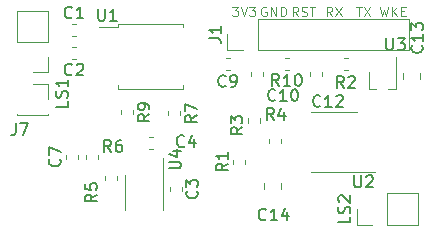
<source format=gbr>
G04 #@! TF.GenerationSoftware,KiCad,Pcbnew,(5.1.5)-3*
G04 #@! TF.CreationDate,2020-04-16T17:24:26+10:00*
G04 #@! TF.ProjectId,Heterodyne,48657465-726f-4647-996e-652e6b696361,rev?*
G04 #@! TF.SameCoordinates,Original*
G04 #@! TF.FileFunction,Legend,Top*
G04 #@! TF.FilePolarity,Positive*
%FSLAX46Y46*%
G04 Gerber Fmt 4.6, Leading zero omitted, Abs format (unit mm)*
G04 Created by KiCad (PCBNEW (5.1.5)-3) date 2020-04-16 17:24:26*
%MOMM*%
%LPD*%
G04 APERTURE LIST*
%ADD10C,0.100000*%
%ADD11C,0.120000*%
%ADD12C,0.150000*%
G04 APERTURE END LIST*
D10*
X134912238Y-47186904D02*
X135102714Y-47986904D01*
X135255095Y-47415476D01*
X135407476Y-47986904D01*
X135597952Y-47186904D01*
X135902714Y-47986904D02*
X135902714Y-47186904D01*
X136359857Y-47986904D02*
X136017000Y-47529761D01*
X136359857Y-47186904D02*
X135902714Y-47644047D01*
X136702714Y-47567857D02*
X136969380Y-47567857D01*
X137083666Y-47986904D02*
X136702714Y-47986904D01*
X136702714Y-47186904D01*
X137083666Y-47186904D01*
X132890476Y-47161904D02*
X133347619Y-47161904D01*
X133119047Y-47961904D02*
X133119047Y-47161904D01*
X133538095Y-47161904D02*
X134071428Y-47961904D01*
X134071428Y-47161904D02*
X133538095Y-47961904D01*
X130866666Y-47961904D02*
X130600000Y-47580952D01*
X130409523Y-47961904D02*
X130409523Y-47161904D01*
X130714285Y-47161904D01*
X130790476Y-47200000D01*
X130828571Y-47238095D01*
X130866666Y-47314285D01*
X130866666Y-47428571D01*
X130828571Y-47504761D01*
X130790476Y-47542857D01*
X130714285Y-47580952D01*
X130409523Y-47580952D01*
X131133333Y-47161904D02*
X131666666Y-47961904D01*
X131666666Y-47161904D02*
X131133333Y-47961904D01*
X127961904Y-47961904D02*
X127695238Y-47580952D01*
X127504761Y-47961904D02*
X127504761Y-47161904D01*
X127809523Y-47161904D01*
X127885714Y-47200000D01*
X127923809Y-47238095D01*
X127961904Y-47314285D01*
X127961904Y-47428571D01*
X127923809Y-47504761D01*
X127885714Y-47542857D01*
X127809523Y-47580952D01*
X127504761Y-47580952D01*
X128266666Y-47923809D02*
X128380952Y-47961904D01*
X128571428Y-47961904D01*
X128647619Y-47923809D01*
X128685714Y-47885714D01*
X128723809Y-47809523D01*
X128723809Y-47733333D01*
X128685714Y-47657142D01*
X128647619Y-47619047D01*
X128571428Y-47580952D01*
X128419047Y-47542857D01*
X128342857Y-47504761D01*
X128304761Y-47466666D01*
X128266666Y-47390476D01*
X128266666Y-47314285D01*
X128304761Y-47238095D01*
X128342857Y-47200000D01*
X128419047Y-47161904D01*
X128609523Y-47161904D01*
X128723809Y-47200000D01*
X128952380Y-47161904D02*
X129409523Y-47161904D01*
X129180952Y-47961904D02*
X129180952Y-47161904D01*
X125290476Y-47200000D02*
X125214285Y-47161904D01*
X125100000Y-47161904D01*
X124985714Y-47200000D01*
X124909523Y-47276190D01*
X124871428Y-47352380D01*
X124833333Y-47504761D01*
X124833333Y-47619047D01*
X124871428Y-47771428D01*
X124909523Y-47847619D01*
X124985714Y-47923809D01*
X125100000Y-47961904D01*
X125176190Y-47961904D01*
X125290476Y-47923809D01*
X125328571Y-47885714D01*
X125328571Y-47619047D01*
X125176190Y-47619047D01*
X125671428Y-47961904D02*
X125671428Y-47161904D01*
X126128571Y-47961904D01*
X126128571Y-47161904D01*
X126509523Y-47961904D02*
X126509523Y-47161904D01*
X126700000Y-47161904D01*
X126814285Y-47200000D01*
X126890476Y-47276190D01*
X126928571Y-47352380D01*
X126966666Y-47504761D01*
X126966666Y-47619047D01*
X126928571Y-47771428D01*
X126890476Y-47847619D01*
X126814285Y-47923809D01*
X126700000Y-47961904D01*
X126509523Y-47961904D01*
X122409523Y-47161904D02*
X122904761Y-47161904D01*
X122638095Y-47466666D01*
X122752380Y-47466666D01*
X122828571Y-47504761D01*
X122866666Y-47542857D01*
X122904761Y-47619047D01*
X122904761Y-47809523D01*
X122866666Y-47885714D01*
X122828571Y-47923809D01*
X122752380Y-47961904D01*
X122523809Y-47961904D01*
X122447619Y-47923809D01*
X122409523Y-47885714D01*
X123133333Y-47161904D02*
X123400000Y-47961904D01*
X123666666Y-47161904D01*
X123857142Y-47161904D02*
X124352380Y-47161904D01*
X124085714Y-47466666D01*
X124200000Y-47466666D01*
X124276190Y-47504761D01*
X124314285Y-47542857D01*
X124352380Y-47619047D01*
X124352380Y-47809523D01*
X124314285Y-47885714D01*
X124276190Y-47923809D01*
X124200000Y-47961904D01*
X123971428Y-47961904D01*
X123895238Y-47923809D01*
X123857142Y-47885714D01*
D11*
X109360000Y-60071267D02*
X109360000Y-59728733D01*
X108340000Y-60071267D02*
X108340000Y-59728733D01*
X121990000Y-50830000D02*
X121990000Y-49500000D01*
X123320000Y-50830000D02*
X121990000Y-50830000D01*
X124590000Y-50830000D02*
X124590000Y-48170000D01*
X124590000Y-48170000D02*
X137350000Y-48170000D01*
X124590000Y-50830000D02*
X137350000Y-50830000D01*
X137350000Y-50830000D02*
X137350000Y-48170000D01*
X127171267Y-51490000D02*
X126828733Y-51490000D01*
X127171267Y-52510000D02*
X126828733Y-52510000D01*
X112990000Y-55928733D02*
X112990000Y-56271267D01*
X114010000Y-55928733D02*
X114010000Y-56271267D01*
X116990000Y-56028733D02*
X116990000Y-56371267D01*
X118010000Y-56028733D02*
X118010000Y-56371267D01*
X111010000Y-60071267D02*
X111010000Y-59728733D01*
X109990000Y-60071267D02*
X109990000Y-59728733D01*
X112610000Y-61871267D02*
X112610000Y-61528733D01*
X111590000Y-61871267D02*
X111590000Y-61528733D01*
X125490000Y-58353733D02*
X125490000Y-58696267D01*
X126510000Y-58353733D02*
X126510000Y-58696267D01*
X123690000Y-56628733D02*
X123690000Y-56971267D01*
X124710000Y-56628733D02*
X124710000Y-56971267D01*
X132171267Y-51490000D02*
X131828733Y-51490000D01*
X132171267Y-52510000D02*
X131828733Y-52510000D01*
X123510000Y-60446267D02*
X123510000Y-60103733D01*
X122490000Y-60446267D02*
X122490000Y-60103733D01*
X125090000Y-62078922D02*
X125090000Y-62596078D01*
X126510000Y-62078922D02*
X126510000Y-62596078D01*
X138310000Y-53258578D02*
X138310000Y-52741422D01*
X136890000Y-53258578D02*
X136890000Y-52741422D01*
X128990000Y-52728733D02*
X128990000Y-53071267D01*
X130010000Y-52728733D02*
X130010000Y-53071267D01*
X125010000Y-53071267D02*
X125010000Y-52728733D01*
X123990000Y-53071267D02*
X123990000Y-52728733D01*
X122171267Y-51490000D02*
X121828733Y-51490000D01*
X122171267Y-52510000D02*
X121828733Y-52510000D01*
X115671267Y-58190000D02*
X115328733Y-58190000D01*
X115671267Y-59210000D02*
X115328733Y-59210000D01*
X117090000Y-62428733D02*
X117090000Y-62771267D01*
X118110000Y-62428733D02*
X118110000Y-62771267D01*
X109171267Y-50590000D02*
X108828733Y-50590000D01*
X109171267Y-51610000D02*
X108828733Y-51610000D01*
X109171267Y-48590000D02*
X108828733Y-48590000D01*
X109171267Y-49610000D02*
X108828733Y-49610000D01*
X104170000Y-56330000D02*
X106830000Y-56330000D01*
X104170000Y-56210000D02*
X104170000Y-56330000D01*
X106830000Y-56210000D02*
X106830000Y-56330000D01*
X106830000Y-53670000D02*
X106830000Y-55000000D01*
X105500000Y-53670000D02*
X106830000Y-53670000D01*
X106830000Y-47530000D02*
X104170000Y-47530000D01*
X106830000Y-50130000D02*
X106830000Y-47530000D01*
X104170000Y-50130000D02*
X104170000Y-47530000D01*
X106830000Y-50130000D02*
X104170000Y-50130000D01*
X106830000Y-51400000D02*
X106830000Y-52730000D01*
X106830000Y-52730000D02*
X105500000Y-52730000D01*
X132930000Y-65630000D02*
X132930000Y-64300000D01*
X134260000Y-65630000D02*
X132930000Y-65630000D01*
X135530000Y-65630000D02*
X135530000Y-62970000D01*
X135530000Y-62970000D02*
X138130000Y-62970000D01*
X135530000Y-65630000D02*
X138130000Y-65630000D01*
X138130000Y-65630000D02*
X138130000Y-62970000D01*
X115500000Y-54112500D02*
X118247500Y-54112500D01*
X118247500Y-54112500D02*
X118247500Y-53830000D01*
X115500000Y-54112500D02*
X112752500Y-54112500D01*
X112752500Y-54112500D02*
X112752500Y-53830000D01*
X115500000Y-48617500D02*
X118247500Y-48617500D01*
X118247500Y-48617500D02*
X118247500Y-48900000D01*
X115500000Y-48617500D02*
X112752500Y-48617500D01*
X112752500Y-48617500D02*
X112752500Y-48900000D01*
X112752500Y-48900000D02*
X111100000Y-48900000D01*
X131000000Y-56040000D02*
X129050000Y-56040000D01*
X131000000Y-56040000D02*
X132950000Y-56040000D01*
X131000000Y-61160000D02*
X129050000Y-61160000D01*
X131000000Y-61160000D02*
X134450000Y-61160000D01*
X134600000Y-54135000D02*
X133940000Y-54135000D01*
X136270000Y-54135000D02*
X135600000Y-54135000D01*
X136260000Y-54135000D02*
X136260000Y-51400000D01*
X133940000Y-52725000D02*
X133940000Y-54135000D01*
X113290000Y-62900000D02*
X113290000Y-64400000D01*
X113290000Y-62900000D02*
X113290000Y-61400000D01*
X116510000Y-62900000D02*
X116510000Y-64400000D01*
X116510000Y-62900000D02*
X116510000Y-59975000D01*
D12*
X107777142Y-60066666D02*
X107824761Y-60114285D01*
X107872380Y-60257142D01*
X107872380Y-60352380D01*
X107824761Y-60495238D01*
X107729523Y-60590476D01*
X107634285Y-60638095D01*
X107443809Y-60685714D01*
X107300952Y-60685714D01*
X107110476Y-60638095D01*
X107015238Y-60590476D01*
X106920000Y-60495238D01*
X106872380Y-60352380D01*
X106872380Y-60257142D01*
X106920000Y-60114285D01*
X106967619Y-60066666D01*
X106872380Y-59733333D02*
X106872380Y-59066666D01*
X107872380Y-59495238D01*
X120442380Y-49833333D02*
X121156666Y-49833333D01*
X121299523Y-49880952D01*
X121394761Y-49976190D01*
X121442380Y-50119047D01*
X121442380Y-50214285D01*
X121442380Y-48833333D02*
X121442380Y-49404761D01*
X121442380Y-49119047D02*
X120442380Y-49119047D01*
X120585238Y-49214285D01*
X120680476Y-49309523D01*
X120728095Y-49404761D01*
X126357142Y-53882380D02*
X126023809Y-53406190D01*
X125785714Y-53882380D02*
X125785714Y-52882380D01*
X126166666Y-52882380D01*
X126261904Y-52930000D01*
X126309523Y-52977619D01*
X126357142Y-53072857D01*
X126357142Y-53215714D01*
X126309523Y-53310952D01*
X126261904Y-53358571D01*
X126166666Y-53406190D01*
X125785714Y-53406190D01*
X127309523Y-53882380D02*
X126738095Y-53882380D01*
X127023809Y-53882380D02*
X127023809Y-52882380D01*
X126928571Y-53025238D01*
X126833333Y-53120476D01*
X126738095Y-53168095D01*
X127928571Y-52882380D02*
X128023809Y-52882380D01*
X128119047Y-52930000D01*
X128166666Y-52977619D01*
X128214285Y-53072857D01*
X128261904Y-53263333D01*
X128261904Y-53501428D01*
X128214285Y-53691904D01*
X128166666Y-53787142D01*
X128119047Y-53834761D01*
X128023809Y-53882380D01*
X127928571Y-53882380D01*
X127833333Y-53834761D01*
X127785714Y-53787142D01*
X127738095Y-53691904D01*
X127690476Y-53501428D01*
X127690476Y-53263333D01*
X127738095Y-53072857D01*
X127785714Y-52977619D01*
X127833333Y-52930000D01*
X127928571Y-52882380D01*
X115382380Y-56266666D02*
X114906190Y-56600000D01*
X115382380Y-56838095D02*
X114382380Y-56838095D01*
X114382380Y-56457142D01*
X114430000Y-56361904D01*
X114477619Y-56314285D01*
X114572857Y-56266666D01*
X114715714Y-56266666D01*
X114810952Y-56314285D01*
X114858571Y-56361904D01*
X114906190Y-56457142D01*
X114906190Y-56838095D01*
X115382380Y-55790476D02*
X115382380Y-55600000D01*
X115334761Y-55504761D01*
X115287142Y-55457142D01*
X115144285Y-55361904D01*
X114953809Y-55314285D01*
X114572857Y-55314285D01*
X114477619Y-55361904D01*
X114430000Y-55409523D01*
X114382380Y-55504761D01*
X114382380Y-55695238D01*
X114430000Y-55790476D01*
X114477619Y-55838095D01*
X114572857Y-55885714D01*
X114810952Y-55885714D01*
X114906190Y-55838095D01*
X114953809Y-55790476D01*
X115001428Y-55695238D01*
X115001428Y-55504761D01*
X114953809Y-55409523D01*
X114906190Y-55361904D01*
X114810952Y-55314285D01*
X119382380Y-56366666D02*
X118906190Y-56700000D01*
X119382380Y-56938095D02*
X118382380Y-56938095D01*
X118382380Y-56557142D01*
X118430000Y-56461904D01*
X118477619Y-56414285D01*
X118572857Y-56366666D01*
X118715714Y-56366666D01*
X118810952Y-56414285D01*
X118858571Y-56461904D01*
X118906190Y-56557142D01*
X118906190Y-56938095D01*
X118382380Y-56033333D02*
X118382380Y-55366666D01*
X119382380Y-55795238D01*
X112133333Y-59452380D02*
X111800000Y-58976190D01*
X111561904Y-59452380D02*
X111561904Y-58452380D01*
X111942857Y-58452380D01*
X112038095Y-58500000D01*
X112085714Y-58547619D01*
X112133333Y-58642857D01*
X112133333Y-58785714D01*
X112085714Y-58880952D01*
X112038095Y-58928571D01*
X111942857Y-58976190D01*
X111561904Y-58976190D01*
X112990476Y-58452380D02*
X112800000Y-58452380D01*
X112704761Y-58500000D01*
X112657142Y-58547619D01*
X112561904Y-58690476D01*
X112514285Y-58880952D01*
X112514285Y-59261904D01*
X112561904Y-59357142D01*
X112609523Y-59404761D01*
X112704761Y-59452380D01*
X112895238Y-59452380D01*
X112990476Y-59404761D01*
X113038095Y-59357142D01*
X113085714Y-59261904D01*
X113085714Y-59023809D01*
X113038095Y-58928571D01*
X112990476Y-58880952D01*
X112895238Y-58833333D01*
X112704761Y-58833333D01*
X112609523Y-58880952D01*
X112561904Y-58928571D01*
X112514285Y-59023809D01*
X110952380Y-63066666D02*
X110476190Y-63400000D01*
X110952380Y-63638095D02*
X109952380Y-63638095D01*
X109952380Y-63257142D01*
X110000000Y-63161904D01*
X110047619Y-63114285D01*
X110142857Y-63066666D01*
X110285714Y-63066666D01*
X110380952Y-63114285D01*
X110428571Y-63161904D01*
X110476190Y-63257142D01*
X110476190Y-63638095D01*
X109952380Y-62161904D02*
X109952380Y-62638095D01*
X110428571Y-62685714D01*
X110380952Y-62638095D01*
X110333333Y-62542857D01*
X110333333Y-62304761D01*
X110380952Y-62209523D01*
X110428571Y-62161904D01*
X110523809Y-62114285D01*
X110761904Y-62114285D01*
X110857142Y-62161904D01*
X110904761Y-62209523D01*
X110952380Y-62304761D01*
X110952380Y-62542857D01*
X110904761Y-62638095D01*
X110857142Y-62685714D01*
X125933333Y-56752380D02*
X125600000Y-56276190D01*
X125361904Y-56752380D02*
X125361904Y-55752380D01*
X125742857Y-55752380D01*
X125838095Y-55800000D01*
X125885714Y-55847619D01*
X125933333Y-55942857D01*
X125933333Y-56085714D01*
X125885714Y-56180952D01*
X125838095Y-56228571D01*
X125742857Y-56276190D01*
X125361904Y-56276190D01*
X126790476Y-56085714D02*
X126790476Y-56752380D01*
X126552380Y-55704761D02*
X126314285Y-56419047D01*
X126933333Y-56419047D01*
X123252380Y-57366666D02*
X122776190Y-57700000D01*
X123252380Y-57938095D02*
X122252380Y-57938095D01*
X122252380Y-57557142D01*
X122300000Y-57461904D01*
X122347619Y-57414285D01*
X122442857Y-57366666D01*
X122585714Y-57366666D01*
X122680952Y-57414285D01*
X122728571Y-57461904D01*
X122776190Y-57557142D01*
X122776190Y-57938095D01*
X122252380Y-57033333D02*
X122252380Y-56414285D01*
X122633333Y-56747619D01*
X122633333Y-56604761D01*
X122680952Y-56509523D01*
X122728571Y-56461904D01*
X122823809Y-56414285D01*
X123061904Y-56414285D01*
X123157142Y-56461904D01*
X123204761Y-56509523D01*
X123252380Y-56604761D01*
X123252380Y-56890476D01*
X123204761Y-56985714D01*
X123157142Y-57033333D01*
X131833333Y-54052380D02*
X131500000Y-53576190D01*
X131261904Y-54052380D02*
X131261904Y-53052380D01*
X131642857Y-53052380D01*
X131738095Y-53100000D01*
X131785714Y-53147619D01*
X131833333Y-53242857D01*
X131833333Y-53385714D01*
X131785714Y-53480952D01*
X131738095Y-53528571D01*
X131642857Y-53576190D01*
X131261904Y-53576190D01*
X132214285Y-53147619D02*
X132261904Y-53100000D01*
X132357142Y-53052380D01*
X132595238Y-53052380D01*
X132690476Y-53100000D01*
X132738095Y-53147619D01*
X132785714Y-53242857D01*
X132785714Y-53338095D01*
X132738095Y-53480952D01*
X132166666Y-54052380D01*
X132785714Y-54052380D01*
X122022380Y-60441666D02*
X121546190Y-60775000D01*
X122022380Y-61013095D02*
X121022380Y-61013095D01*
X121022380Y-60632142D01*
X121070000Y-60536904D01*
X121117619Y-60489285D01*
X121212857Y-60441666D01*
X121355714Y-60441666D01*
X121450952Y-60489285D01*
X121498571Y-60536904D01*
X121546190Y-60632142D01*
X121546190Y-61013095D01*
X122022380Y-59489285D02*
X122022380Y-60060714D01*
X122022380Y-59775000D02*
X121022380Y-59775000D01*
X121165238Y-59870238D01*
X121260476Y-59965476D01*
X121308095Y-60060714D01*
X125257142Y-65157142D02*
X125209523Y-65204761D01*
X125066666Y-65252380D01*
X124971428Y-65252380D01*
X124828571Y-65204761D01*
X124733333Y-65109523D01*
X124685714Y-65014285D01*
X124638095Y-64823809D01*
X124638095Y-64680952D01*
X124685714Y-64490476D01*
X124733333Y-64395238D01*
X124828571Y-64300000D01*
X124971428Y-64252380D01*
X125066666Y-64252380D01*
X125209523Y-64300000D01*
X125257142Y-64347619D01*
X126209523Y-65252380D02*
X125638095Y-65252380D01*
X125923809Y-65252380D02*
X125923809Y-64252380D01*
X125828571Y-64395238D01*
X125733333Y-64490476D01*
X125638095Y-64538095D01*
X127066666Y-64585714D02*
X127066666Y-65252380D01*
X126828571Y-64204761D02*
X126590476Y-64919047D01*
X127209523Y-64919047D01*
X138457142Y-50442857D02*
X138504761Y-50490476D01*
X138552380Y-50633333D01*
X138552380Y-50728571D01*
X138504761Y-50871428D01*
X138409523Y-50966666D01*
X138314285Y-51014285D01*
X138123809Y-51061904D01*
X137980952Y-51061904D01*
X137790476Y-51014285D01*
X137695238Y-50966666D01*
X137600000Y-50871428D01*
X137552380Y-50728571D01*
X137552380Y-50633333D01*
X137600000Y-50490476D01*
X137647619Y-50442857D01*
X138552380Y-49490476D02*
X138552380Y-50061904D01*
X138552380Y-49776190D02*
X137552380Y-49776190D01*
X137695238Y-49871428D01*
X137790476Y-49966666D01*
X137838095Y-50061904D01*
X137552380Y-49157142D02*
X137552380Y-48538095D01*
X137933333Y-48871428D01*
X137933333Y-48728571D01*
X137980952Y-48633333D01*
X138028571Y-48585714D01*
X138123809Y-48538095D01*
X138361904Y-48538095D01*
X138457142Y-48585714D01*
X138504761Y-48633333D01*
X138552380Y-48728571D01*
X138552380Y-49014285D01*
X138504761Y-49109523D01*
X138457142Y-49157142D01*
X129857142Y-55557142D02*
X129809523Y-55604761D01*
X129666666Y-55652380D01*
X129571428Y-55652380D01*
X129428571Y-55604761D01*
X129333333Y-55509523D01*
X129285714Y-55414285D01*
X129238095Y-55223809D01*
X129238095Y-55080952D01*
X129285714Y-54890476D01*
X129333333Y-54795238D01*
X129428571Y-54700000D01*
X129571428Y-54652380D01*
X129666666Y-54652380D01*
X129809523Y-54700000D01*
X129857142Y-54747619D01*
X130809523Y-55652380D02*
X130238095Y-55652380D01*
X130523809Y-55652380D02*
X130523809Y-54652380D01*
X130428571Y-54795238D01*
X130333333Y-54890476D01*
X130238095Y-54938095D01*
X131190476Y-54747619D02*
X131238095Y-54700000D01*
X131333333Y-54652380D01*
X131571428Y-54652380D01*
X131666666Y-54700000D01*
X131714285Y-54747619D01*
X131761904Y-54842857D01*
X131761904Y-54938095D01*
X131714285Y-55080952D01*
X131142857Y-55652380D01*
X131761904Y-55652380D01*
X126057142Y-55057142D02*
X126009523Y-55104761D01*
X125866666Y-55152380D01*
X125771428Y-55152380D01*
X125628571Y-55104761D01*
X125533333Y-55009523D01*
X125485714Y-54914285D01*
X125438095Y-54723809D01*
X125438095Y-54580952D01*
X125485714Y-54390476D01*
X125533333Y-54295238D01*
X125628571Y-54200000D01*
X125771428Y-54152380D01*
X125866666Y-54152380D01*
X126009523Y-54200000D01*
X126057142Y-54247619D01*
X127009523Y-55152380D02*
X126438095Y-55152380D01*
X126723809Y-55152380D02*
X126723809Y-54152380D01*
X126628571Y-54295238D01*
X126533333Y-54390476D01*
X126438095Y-54438095D01*
X127628571Y-54152380D02*
X127723809Y-54152380D01*
X127819047Y-54200000D01*
X127866666Y-54247619D01*
X127914285Y-54342857D01*
X127961904Y-54533333D01*
X127961904Y-54771428D01*
X127914285Y-54961904D01*
X127866666Y-55057142D01*
X127819047Y-55104761D01*
X127723809Y-55152380D01*
X127628571Y-55152380D01*
X127533333Y-55104761D01*
X127485714Y-55057142D01*
X127438095Y-54961904D01*
X127390476Y-54771428D01*
X127390476Y-54533333D01*
X127438095Y-54342857D01*
X127485714Y-54247619D01*
X127533333Y-54200000D01*
X127628571Y-54152380D01*
X121833333Y-53857142D02*
X121785714Y-53904761D01*
X121642857Y-53952380D01*
X121547619Y-53952380D01*
X121404761Y-53904761D01*
X121309523Y-53809523D01*
X121261904Y-53714285D01*
X121214285Y-53523809D01*
X121214285Y-53380952D01*
X121261904Y-53190476D01*
X121309523Y-53095238D01*
X121404761Y-53000000D01*
X121547619Y-52952380D01*
X121642857Y-52952380D01*
X121785714Y-53000000D01*
X121833333Y-53047619D01*
X122309523Y-53952380D02*
X122500000Y-53952380D01*
X122595238Y-53904761D01*
X122642857Y-53857142D01*
X122738095Y-53714285D01*
X122785714Y-53523809D01*
X122785714Y-53142857D01*
X122738095Y-53047619D01*
X122690476Y-53000000D01*
X122595238Y-52952380D01*
X122404761Y-52952380D01*
X122309523Y-53000000D01*
X122261904Y-53047619D01*
X122214285Y-53142857D01*
X122214285Y-53380952D01*
X122261904Y-53476190D01*
X122309523Y-53523809D01*
X122404761Y-53571428D01*
X122595238Y-53571428D01*
X122690476Y-53523809D01*
X122738095Y-53476190D01*
X122785714Y-53380952D01*
X118333333Y-58957142D02*
X118285714Y-59004761D01*
X118142857Y-59052380D01*
X118047619Y-59052380D01*
X117904761Y-59004761D01*
X117809523Y-58909523D01*
X117761904Y-58814285D01*
X117714285Y-58623809D01*
X117714285Y-58480952D01*
X117761904Y-58290476D01*
X117809523Y-58195238D01*
X117904761Y-58100000D01*
X118047619Y-58052380D01*
X118142857Y-58052380D01*
X118285714Y-58100000D01*
X118333333Y-58147619D01*
X119190476Y-58385714D02*
X119190476Y-59052380D01*
X118952380Y-58004761D02*
X118714285Y-58719047D01*
X119333333Y-58719047D01*
X119387142Y-62766666D02*
X119434761Y-62814285D01*
X119482380Y-62957142D01*
X119482380Y-63052380D01*
X119434761Y-63195238D01*
X119339523Y-63290476D01*
X119244285Y-63338095D01*
X119053809Y-63385714D01*
X118910952Y-63385714D01*
X118720476Y-63338095D01*
X118625238Y-63290476D01*
X118530000Y-63195238D01*
X118482380Y-63052380D01*
X118482380Y-62957142D01*
X118530000Y-62814285D01*
X118577619Y-62766666D01*
X118482380Y-62433333D02*
X118482380Y-61814285D01*
X118863333Y-62147619D01*
X118863333Y-62004761D01*
X118910952Y-61909523D01*
X118958571Y-61861904D01*
X119053809Y-61814285D01*
X119291904Y-61814285D01*
X119387142Y-61861904D01*
X119434761Y-61909523D01*
X119482380Y-62004761D01*
X119482380Y-62290476D01*
X119434761Y-62385714D01*
X119387142Y-62433333D01*
X108833333Y-52887142D02*
X108785714Y-52934761D01*
X108642857Y-52982380D01*
X108547619Y-52982380D01*
X108404761Y-52934761D01*
X108309523Y-52839523D01*
X108261904Y-52744285D01*
X108214285Y-52553809D01*
X108214285Y-52410952D01*
X108261904Y-52220476D01*
X108309523Y-52125238D01*
X108404761Y-52030000D01*
X108547619Y-51982380D01*
X108642857Y-51982380D01*
X108785714Y-52030000D01*
X108833333Y-52077619D01*
X109214285Y-52077619D02*
X109261904Y-52030000D01*
X109357142Y-51982380D01*
X109595238Y-51982380D01*
X109690476Y-52030000D01*
X109738095Y-52077619D01*
X109785714Y-52172857D01*
X109785714Y-52268095D01*
X109738095Y-52410952D01*
X109166666Y-52982380D01*
X109785714Y-52982380D01*
X108833333Y-48057142D02*
X108785714Y-48104761D01*
X108642857Y-48152380D01*
X108547619Y-48152380D01*
X108404761Y-48104761D01*
X108309523Y-48009523D01*
X108261904Y-47914285D01*
X108214285Y-47723809D01*
X108214285Y-47580952D01*
X108261904Y-47390476D01*
X108309523Y-47295238D01*
X108404761Y-47200000D01*
X108547619Y-47152380D01*
X108642857Y-47152380D01*
X108785714Y-47200000D01*
X108833333Y-47247619D01*
X109785714Y-48152380D02*
X109214285Y-48152380D01*
X109500000Y-48152380D02*
X109500000Y-47152380D01*
X109404761Y-47295238D01*
X109309523Y-47390476D01*
X109214285Y-47438095D01*
X104066666Y-57052380D02*
X104066666Y-57766666D01*
X104019047Y-57909523D01*
X103923809Y-58004761D01*
X103780952Y-58052380D01*
X103685714Y-58052380D01*
X104447619Y-57052380D02*
X105114285Y-57052380D01*
X104685714Y-58052380D01*
X108452380Y-55142857D02*
X108452380Y-55619047D01*
X107452380Y-55619047D01*
X108404761Y-54857142D02*
X108452380Y-54714285D01*
X108452380Y-54476190D01*
X108404761Y-54380952D01*
X108357142Y-54333333D01*
X108261904Y-54285714D01*
X108166666Y-54285714D01*
X108071428Y-54333333D01*
X108023809Y-54380952D01*
X107976190Y-54476190D01*
X107928571Y-54666666D01*
X107880952Y-54761904D01*
X107833333Y-54809523D01*
X107738095Y-54857142D01*
X107642857Y-54857142D01*
X107547619Y-54809523D01*
X107500000Y-54761904D01*
X107452380Y-54666666D01*
X107452380Y-54428571D01*
X107500000Y-54285714D01*
X108452380Y-53333333D02*
X108452380Y-53904761D01*
X108452380Y-53619047D02*
X107452380Y-53619047D01*
X107595238Y-53714285D01*
X107690476Y-53809523D01*
X107738095Y-53904761D01*
X132382380Y-64942857D02*
X132382380Y-65419047D01*
X131382380Y-65419047D01*
X132334761Y-64657142D02*
X132382380Y-64514285D01*
X132382380Y-64276190D01*
X132334761Y-64180952D01*
X132287142Y-64133333D01*
X132191904Y-64085714D01*
X132096666Y-64085714D01*
X132001428Y-64133333D01*
X131953809Y-64180952D01*
X131906190Y-64276190D01*
X131858571Y-64466666D01*
X131810952Y-64561904D01*
X131763333Y-64609523D01*
X131668095Y-64657142D01*
X131572857Y-64657142D01*
X131477619Y-64609523D01*
X131430000Y-64561904D01*
X131382380Y-64466666D01*
X131382380Y-64228571D01*
X131430000Y-64085714D01*
X131477619Y-63704761D02*
X131430000Y-63657142D01*
X131382380Y-63561904D01*
X131382380Y-63323809D01*
X131430000Y-63228571D01*
X131477619Y-63180952D01*
X131572857Y-63133333D01*
X131668095Y-63133333D01*
X131810952Y-63180952D01*
X132382380Y-63752380D01*
X132382380Y-63133333D01*
X111038095Y-47352380D02*
X111038095Y-48161904D01*
X111085714Y-48257142D01*
X111133333Y-48304761D01*
X111228571Y-48352380D01*
X111419047Y-48352380D01*
X111514285Y-48304761D01*
X111561904Y-48257142D01*
X111609523Y-48161904D01*
X111609523Y-47352380D01*
X112609523Y-48352380D02*
X112038095Y-48352380D01*
X112323809Y-48352380D02*
X112323809Y-47352380D01*
X112228571Y-47495238D01*
X112133333Y-47590476D01*
X112038095Y-47638095D01*
X132738095Y-61452380D02*
X132738095Y-62261904D01*
X132785714Y-62357142D01*
X132833333Y-62404761D01*
X132928571Y-62452380D01*
X133119047Y-62452380D01*
X133214285Y-62404761D01*
X133261904Y-62357142D01*
X133309523Y-62261904D01*
X133309523Y-61452380D01*
X133738095Y-61547619D02*
X133785714Y-61500000D01*
X133880952Y-61452380D01*
X134119047Y-61452380D01*
X134214285Y-61500000D01*
X134261904Y-61547619D01*
X134309523Y-61642857D01*
X134309523Y-61738095D01*
X134261904Y-61880952D01*
X133690476Y-62452380D01*
X134309523Y-62452380D01*
X135438095Y-49852380D02*
X135438095Y-50661904D01*
X135485714Y-50757142D01*
X135533333Y-50804761D01*
X135628571Y-50852380D01*
X135819047Y-50852380D01*
X135914285Y-50804761D01*
X135961904Y-50757142D01*
X136009523Y-50661904D01*
X136009523Y-49852380D01*
X136390476Y-49852380D02*
X137009523Y-49852380D01*
X136676190Y-50233333D01*
X136819047Y-50233333D01*
X136914285Y-50280952D01*
X136961904Y-50328571D01*
X137009523Y-50423809D01*
X137009523Y-50661904D01*
X136961904Y-50757142D01*
X136914285Y-50804761D01*
X136819047Y-50852380D01*
X136533333Y-50852380D01*
X136438095Y-50804761D01*
X136390476Y-50757142D01*
X117052380Y-60861904D02*
X117861904Y-60861904D01*
X117957142Y-60814285D01*
X118004761Y-60766666D01*
X118052380Y-60671428D01*
X118052380Y-60480952D01*
X118004761Y-60385714D01*
X117957142Y-60338095D01*
X117861904Y-60290476D01*
X117052380Y-60290476D01*
X117385714Y-59385714D02*
X118052380Y-59385714D01*
X117004761Y-59623809D02*
X117719047Y-59861904D01*
X117719047Y-59242857D01*
M02*

</source>
